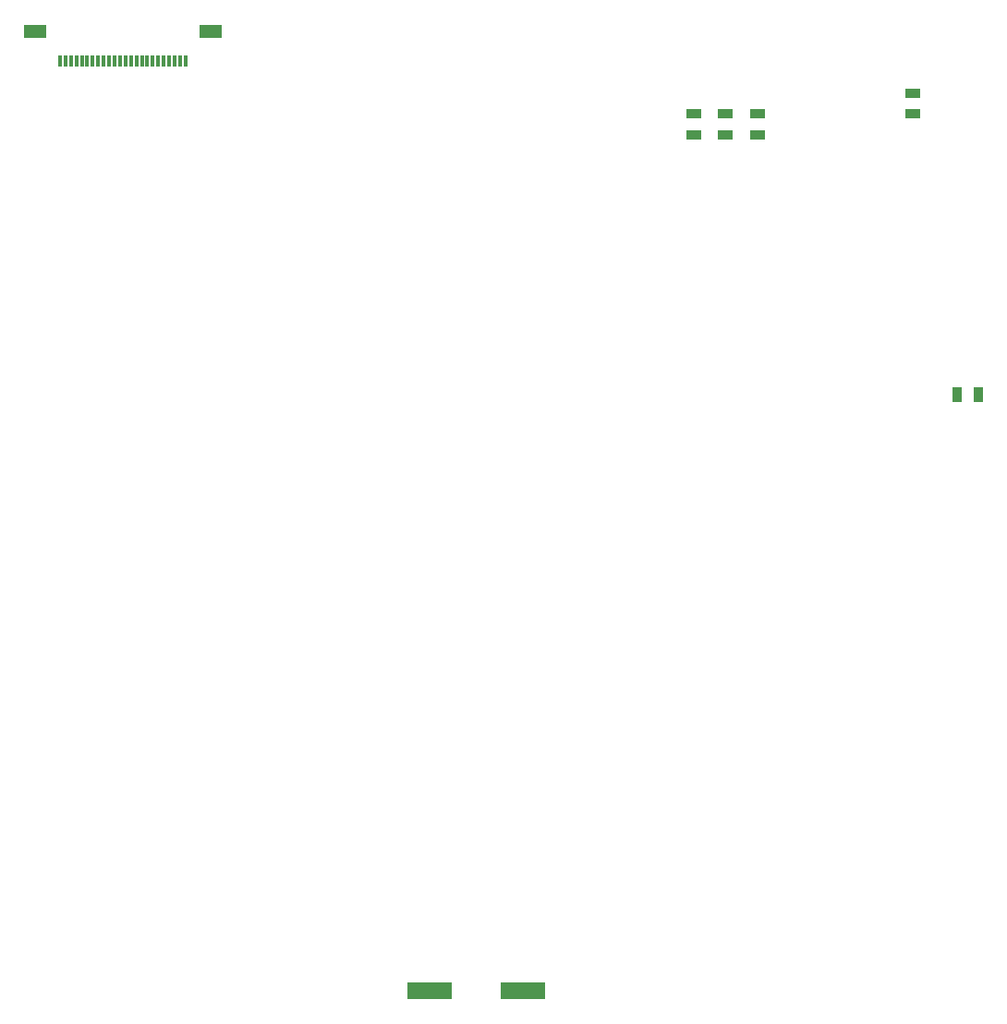
<source format=gbr>
%TF.GenerationSoftware,KiCad,Pcbnew,9.0.2*%
%TF.CreationDate,2025-07-26T16:17:08-04:00*%
%TF.ProjectId,Automated Coin Machine,4175746f-6d61-4746-9564-20436f696e20,rev?*%
%TF.SameCoordinates,Original*%
%TF.FileFunction,Paste,Top*%
%TF.FilePolarity,Positive*%
%FSLAX46Y46*%
G04 Gerber Fmt 4.6, Leading zero omitted, Abs format (unit mm)*
G04 Created by KiCad (PCBNEW 9.0.2) date 2025-07-26 16:17:08*
%MOMM*%
%LPD*%
G01*
G04 APERTURE LIST*
G04 Aperture macros list*
%AMRoundRect*
0 Rectangle with rounded corners*
0 $1 Rounding radius*
0 $2 $3 $4 $5 $6 $7 $8 $9 X,Y pos of 4 corners*
0 Add a 4 corners polygon primitive as box body*
4,1,4,$2,$3,$4,$5,$6,$7,$8,$9,$2,$3,0*
0 Add four circle primitives for the rounded corners*
1,1,$1+$1,$2,$3*
1,1,$1+$1,$4,$5*
1,1,$1+$1,$6,$7*
1,1,$1+$1,$8,$9*
0 Add four rect primitives between the rounded corners*
20,1,$1+$1,$2,$3,$4,$5,0*
20,1,$1+$1,$4,$5,$6,$7,0*
20,1,$1+$1,$6,$7,$8,$9,0*
20,1,$1+$1,$8,$9,$2,$3,0*%
G04 Aperture macros list end*
%ADD10RoundRect,0.115000X-0.345000X-0.575000X0.345000X-0.575000X0.345000X0.575000X-0.345000X0.575000X0*%
%ADD11RoundRect,0.115000X0.575000X-0.345000X0.575000X0.345000X-0.575000X0.345000X-0.575000X-0.345000X0*%
%ADD12R,0.300000X1.000000*%
%ADD13R,2.000000X1.300000*%
%ADD14R,4.114800X1.600200*%
G04 APERTURE END LIST*
D10*
%TO.C,R1*%
X112045000Y-63500000D03*
X113955000Y-63500000D03*
%TD*%
D11*
%TO.C,R_BLUE1*%
X93735000Y-39690000D03*
X93735000Y-37780000D03*
%TD*%
D12*
%TO.C,J1*%
X41310000Y-32930000D03*
X40810000Y-32930000D03*
X40310000Y-32930000D03*
X39810000Y-32930000D03*
X39310000Y-32930000D03*
X38810000Y-32930000D03*
X38310000Y-32930000D03*
X37810000Y-32930000D03*
X37310000Y-32930000D03*
X36810000Y-32930000D03*
X36310000Y-32930000D03*
X35810003Y-32930000D03*
X35310000Y-32930000D03*
X34810000Y-32930000D03*
X34310000Y-32930000D03*
X33810000Y-32930000D03*
X33310000Y-32930000D03*
X32810000Y-32930000D03*
X32310000Y-32930000D03*
X31810000Y-32930000D03*
X31310000Y-32930000D03*
X30810000Y-32930000D03*
X30310000Y-32930000D03*
X29810000Y-32930000D03*
D13*
X43609990Y-30230000D03*
X27510010Y-30230000D03*
%TD*%
D14*
%TO.C,C1*%
X72250300Y-118110000D03*
X63639700Y-118110000D03*
%TD*%
D11*
%TO.C,R_RED1*%
X87875000Y-39690000D03*
X87875000Y-37780000D03*
%TD*%
%TO.C,R2*%
X107950000Y-37785000D03*
X107950000Y-35875000D03*
%TD*%
%TO.C,R_GREEN1*%
X90805000Y-39690000D03*
X90805000Y-37780000D03*
%TD*%
M02*

</source>
